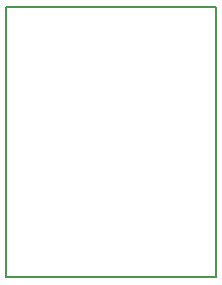
<source format=gbr>
G04 #@! TF.FileFunction,Profile,NP*
%FSLAX46Y46*%
G04 Gerber Fmt 4.6, Leading zero omitted, Abs format (unit mm)*
G04 Created by KiCad (PCBNEW 4.0.7) date 07/05/18 14:51:19*
%MOMM*%
%LPD*%
G01*
G04 APERTURE LIST*
%ADD10C,0.100000*%
%ADD11C,0.150000*%
G04 APERTURE END LIST*
D10*
D11*
X118110000Y-154940000D02*
X100330000Y-154940000D01*
X118110000Y-132080000D02*
X118110000Y-154940000D01*
X100330000Y-132080000D02*
X118110000Y-132080000D01*
X100330000Y-154940000D02*
X100330000Y-132080000D01*
M02*

</source>
